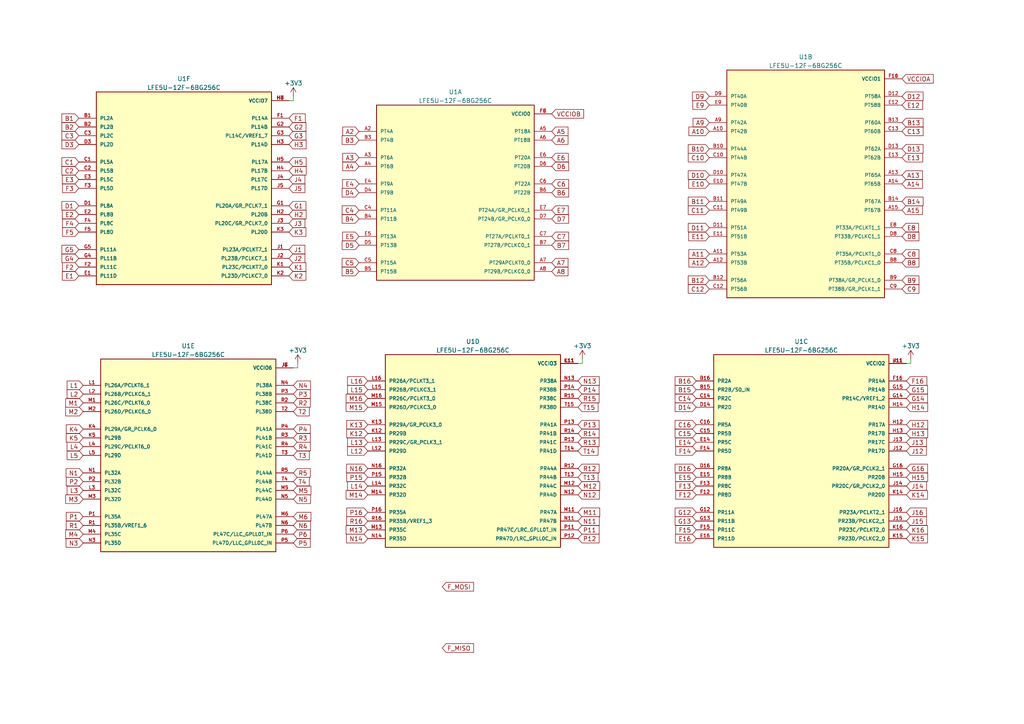
<source format=kicad_sch>
(kicad_sch (version 20230121) (generator eeschema)
  (paper "A4")
  (lib_symbols
    (symbol "LFE5U-12F-6BG256C:LFE5U-12F-6BG256C" (pin_names (offset 1.016))
      (property "Reference" "U" (at -22.86 26.67 0))
      (property "Value" "LFE5U-12F-6BG256C" (at -22.86 -26.67 0))
      (symbol "LFE5U-12F-6BG256C_1_0"
        (rectangle (start -22.86 -25.4) (end 22.86 25.4) (stroke (width 0.254)) (fill (type background)))
        (pin bidirectional line (at -27.94 17.78 0) (length 5.08) (name "PT4A") (number "A2"))
        (pin bidirectional line (at -27.94 10.16 0) (length 5.08) (name "PT6A") (number "A3"))
        (pin bidirectional line (at -27.94 7.62 0) (length 5.08) (name "PT6B") (number "A4"))
        (pin bidirectional line (at 27.94 17.78 180) (length 5.08) (name "PT18A") (number "A5"))
        (pin bidirectional line (at 27.94 15.24 180) (length 5.08) (name "PT18B") (number "A6"))
        (pin bidirectional line (at 27.94 -20.32 180) (length 5.08) (name "PT29APCLKT0_0") (number "A7"))
        (pin bidirectional line (at 27.94 -22.86 180) (length 5.08) (name "PT29B/PCLKC0_0") (number "A8"))
        (pin bidirectional line (at -27.94 15.24 0) (length 5.08) (name "PT4B") (number "B3"))
        (pin bidirectional line (at -27.94 -7.62 0) (length 5.08) (name "PT11B") (number "B4"))
        (pin bidirectional line (at -27.94 -22.86 0) (length 5.08) (name "PT15B") (number "B5"))
        (pin bidirectional line (at 27.94 0 180) (length 5.08) (name "PT22B") (number "B6"))
        (pin bidirectional line (at 27.94 -15.24 180) (length 5.08) (name "PT27B/PCLKC0_1") (number "B7"))
        (pin bidirectional line (at -27.94 -5.08 0) (length 5.08) (name "PT11A") (number "C4"))
        (pin bidirectional line (at -27.94 -20.32 0) (length 5.08) (name "PT15A") (number "C5"))
        (pin bidirectional line (at 27.94 2.54 180) (length 5.08) (name "PT22A") (number "C6"))
        (pin bidirectional line (at 27.94 -12.7 180) (length 5.08) (name "PT27A/PCLKT0_1") (number "C7"))
        (pin bidirectional line (at -27.94 0 0) (length 5.08) (name "PT9B") (number "D4"))
        (pin bidirectional line (at -27.94 -15.24 0) (length 5.08) (name "PT13B") (number "D5"))
        (pin bidirectional line (at 27.94 7.62 180) (length 5.08) (name "PT20B") (number "D6"))
        (pin bidirectional line (at 27.94 -7.62 180) (length 5.08) (name "PT24B/GR_PCLK0_0") (number "D7"))
        (pin bidirectional line (at -27.94 2.54 0) (length 5.08) (name "PT9A") (number "E4"))
        (pin bidirectional line (at -27.94 -12.7 0) (length 5.08) (name "PT13A") (number "E5"))
        (pin bidirectional line (at 27.94 10.16 180) (length 5.08) (name "PT20A") (number "E6"))
        (pin bidirectional line (at 27.94 -5.08 180) (length 5.08) (name "PT24A/GR_PCLK0_1") (number "E7"))
        (pin power_in line (at 27.94 22.86 180) (length 5.08) (name "VCCIO0") (number "F6"))
        (pin power_in line (at 27.94 22.86 180) (length 5.08) (name "VCCIO0") (number "F7"))
      )
      (symbol "LFE5U-12F-6BG256C_2_0"
        (rectangle (start -22.86 -33.02) (end 22.86 33.02) (stroke (width 0.254)) (fill (type background)))
        (pin bidirectional line (at -27.94 15.24 0) (length 5.08) (name "PT42B") (number "A10"))
        (pin bidirectional line (at -27.94 -20.32 0) (length 5.08) (name "PT53A") (number "A11"))
        (pin bidirectional line (at -27.94 -22.86 0) (length 5.08) (name "PT53B") (number "A12"))
        (pin bidirectional line (at 27.94 2.54 180) (length 5.08) (name "PT65A") (number "A13"))
        (pin bidirectional line (at 27.94 0 180) (length 5.08) (name "PT65B") (number "A14"))
        (pin bidirectional line (at 27.94 -7.62 180) (length 5.08) (name "PT67B") (number "A15"))
        (pin bidirectional line (at -27.94 17.78 0) (length 5.08) (name "PT42A") (number "A9"))
        (pin bidirectional line (at -27.94 10.16 0) (length 5.08) (name "PT44A") (number "B10"))
        (pin bidirectional line (at -27.94 -5.08 0) (length 5.08) (name "PT49A") (number "B11"))
        (pin bidirectional line (at -27.94 -27.94 0) (length 5.08) (name "PT56A") (number "B12"))
        (pin bidirectional line (at 27.94 17.78 180) (length 5.08) (name "PT60A") (number "B13"))
        (pin bidirectional line (at 27.94 -5.08 180) (length 5.08) (name "PT67A") (number "B14"))
        (pin bidirectional line (at 27.94 -22.86 180) (length 5.08) (name "PT35B/PCLKC1_0") (number "B8"))
        (pin bidirectional line (at 27.94 -27.94 180) (length 5.08) (name "PT38A/GR_PCLK1_0") (number "B9"))
        (pin bidirectional line (at -27.94 7.62 0) (length 5.08) (name "PT44B") (number "C10"))
        (pin bidirectional line (at -27.94 -7.62 0) (length 5.08) (name "PT49B") (number "C11"))
        (pin bidirectional line (at -27.94 -30.48 0) (length 5.08) (name "PT56B") (number "C12"))
        (pin bidirectional line (at 27.94 15.24 180) (length 5.08) (name "PT60B") (number "C13"))
        (pin bidirectional line (at 27.94 -20.32 180) (length 5.08) (name "PT35A/PCLKT1_0") (number "C8"))
        (pin bidirectional line (at 27.94 -30.48 180) (length 5.08) (name "PT38B/GR_PCLK1_1") (number "C9"))
        (pin bidirectional line (at -27.94 2.54 0) (length 5.08) (name "PT47A") (number "D10"))
        (pin bidirectional line (at -27.94 -12.7 0) (length 5.08) (name "PT51A") (number "D11"))
        (pin bidirectional line (at 27.94 25.4 180) (length 5.08) (name "PT58A") (number "D12"))
        (pin bidirectional line (at 27.94 10.16 180) (length 5.08) (name "PT62A") (number "D13"))
        (pin bidirectional line (at 27.94 -15.24 180) (length 5.08) (name "PT33B/PCLKC1_1") (number "D8"))
        (pin bidirectional line (at -27.94 25.4 0) (length 5.08) (name "PT40A") (number "D9"))
        (pin bidirectional line (at -27.94 0 0) (length 5.08) (name "PT47B") (number "E10"))
        (pin bidirectional line (at -27.94 -15.24 0) (length 5.08) (name "PT51B") (number "E11"))
        (pin bidirectional line (at 27.94 22.86 180) (length 5.08) (name "PT58B") (number "E12"))
        (pin bidirectional line (at 27.94 7.62 180) (length 5.08) (name "PT62B") (number "E13"))
        (pin bidirectional line (at 27.94 -12.7 180) (length 5.08) (name "PT33A/PCLKT1_1") (number "E8"))
        (pin bidirectional line (at -27.94 22.86 0) (length 5.08) (name "PT40B") (number "E9"))
        (pin power_in line (at 27.94 30.48 180) (length 5.08) (name "VCCIO1") (number "F10"))
        (pin power_in line (at 27.94 30.48 180) (length 5.08) (name "VCCIO1") (number "F11"))
      )
      (symbol "LFE5U-12F-6BG256C_3_0"
        (rectangle (start -25.4 -27.94) (end 25.4 27.94) (stroke (width 0.254)) (fill (type background)))
        (pin bidirectional line (at -30.48 17.78 0) (length 5.08) (name "PR2B/S0_IN") (number "B15"))
        (pin bidirectional line (at -30.48 20.32 0) (length 5.08) (name "PR2A") (number "B16"))
        (pin bidirectional line (at -30.48 15.24 0) (length 5.08) (name "PR2C") (number "C14"))
        (pin bidirectional line (at -30.48 5.08 0) (length 5.08) (name "PR5B") (number "C15"))
        (pin bidirectional line (at -30.48 7.62 0) (length 5.08) (name "PR5A") (number "C16"))
        (pin bidirectional line (at -30.48 12.7 0) (length 5.08) (name "PR2D") (number "D14"))
        (pin bidirectional line (at -30.48 -5.08 0) (length 5.08) (name "PR8A") (number "D16"))
        (pin bidirectional line (at -30.48 2.54 0) (length 5.08) (name "PR5C") (number "E14"))
        (pin bidirectional line (at -30.48 -7.62 0) (length 5.08) (name "PR8B") (number "E15"))
        (pin bidirectional line (at -30.48 -25.4 0) (length 5.08) (name "PR11D") (number "E16"))
        (pin bidirectional line (at -30.48 -12.7 0) (length 5.08) (name "PR8D") (number "F12"))
        (pin bidirectional line (at -30.48 -10.16 0) (length 5.08) (name "PR8C") (number "F13"))
        (pin bidirectional line (at -30.48 0 0) (length 5.08) (name "PR5D") (number "F14"))
        (pin bidirectional line (at -30.48 -22.86 0) (length 5.08) (name "PR11C") (number "F15"))
        (pin bidirectional line (at 30.48 20.32 180) (length 5.08) (name "PR14A") (number "F16"))
        (pin bidirectional line (at -30.48 -17.78 0) (length 5.08) (name "PR11A") (number "G12"))
        (pin bidirectional line (at -30.48 -20.32 0) (length 5.08) (name "PR11B") (number "G13"))
        (pin bidirectional line (at 30.48 15.24 180) (length 5.08) (name "PR14C/VREF1_2") (number "G14"))
        (pin bidirectional line (at 30.48 17.78 180) (length 5.08) (name "PR14B") (number "G15"))
        (pin bidirectional line (at 30.48 -5.08 180) (length 5.08) (name "PR20A/GR_PCLK2_1") (number "G16"))
        (pin power_in line (at 30.48 25.4 180) (length 5.08) (name "VCCIO2") (number "H11"))
        (pin bidirectional line (at 30.48 7.62 180) (length 5.08) (name "PR17A") (number "H12"))
        (pin bidirectional line (at 30.48 5.08 180) (length 5.08) (name "PR17B") (number "H13"))
        (pin bidirectional line (at 30.48 12.7 180) (length 5.08) (name "PR14D") (number "H14"))
        (pin bidirectional line (at 30.48 -7.62 180) (length 5.08) (name "PR20B") (number "H15"))
        (pin power_in line (at 30.48 25.4 180) (length 5.08) (name "VCCIO2") (number "J11"))
        (pin bidirectional line (at 30.48 0 180) (length 5.08) (name "PR17D") (number "J12"))
        (pin bidirectional line (at 30.48 2.54 180) (length 5.08) (name "PR17C") (number "J13"))
        (pin bidirectional line (at 30.48 -10.16 180) (length 5.08) (name "PR20C/GR_PCLK2_0") (number "J14"))
        (pin bidirectional line (at 30.48 -20.32 180) (length 5.08) (name "PR23B/PCLKC2_1") (number "J15"))
        (pin bidirectional line (at 30.48 -17.78 180) (length 5.08) (name "PR23A/PCLKT2_1") (number "J16"))
        (pin bidirectional line (at 30.48 -12.7 180) (length 5.08) (name "PR20D") (number "K14"))
        (pin bidirectional line (at 30.48 -25.4 180) (length 5.08) (name "PR23D/PCLKC2_0") (number "K15"))
        (pin bidirectional line (at 30.48 -22.86 180) (length 5.08) (name "PR23C/PCLKT2_0") (number "K16"))
      )
      (symbol "LFE5U-12F-6BG256C_4_0"
        (rectangle (start -25.4 -27.94) (end 25.4 27.94) (stroke (width 0.254)) (fill (type background)))
        (pin power_in line (at 30.48 25.4 180) (length 5.08) (name "VCCIO3") (number "K11"))
        (pin bidirectional line (at -30.48 5.08 0) (length 5.08) (name "PR29B") (number "K12"))
        (pin bidirectional line (at -30.48 7.62 0) (length 5.08) (name "PR29A/GR_PCLK3_0") (number "K13"))
        (pin power_in line (at 30.48 25.4 180) (length 5.08) (name "VCCIO3") (number "L11"))
        (pin bidirectional line (at -30.48 0 0) (length 5.08) (name "PR29D") (number "L12"))
        (pin bidirectional line (at -30.48 2.54 0) (length 5.08) (name "PR29C/GR_PCLK3_1") (number "L13"))
        (pin bidirectional line (at -30.48 -10.16 0) (length 5.08) (name "PR32C") (number "L14"))
        (pin bidirectional line (at -30.48 17.78 0) (length 5.08) (name "PR26B/PCLKC3_1") (number "L15"))
        (pin bidirectional line (at -30.48 20.32 0) (length 5.08) (name "PR26A/PCLKT3_1") (number "L16"))
        (pin bidirectional line (at 30.48 -17.78 180) (length 5.08) (name "PR47A") (number "M11"))
        (pin bidirectional line (at 30.48 -10.16 180) (length 5.08) (name "PR44C") (number "M12"))
        (pin bidirectional line (at -30.48 -22.86 0) (length 5.08) (name "PR35C") (number "M13"))
        (pin bidirectional line (at -30.48 -12.7 0) (length 5.08) (name "PR32D") (number "M14"))
        (pin bidirectional line (at -30.48 12.7 0) (length 5.08) (name "PR26D/PCLKC3_0") (number "M15"))
        (pin bidirectional line (at -30.48 15.24 0) (length 5.08) (name "PR26C/PCLKT3_0") (number "M16"))
        (pin bidirectional line (at 30.48 -20.32 180) (length 5.08) (name "PR47B") (number "N11"))
        (pin bidirectional line (at 30.48 -12.7 180) (length 5.08) (name "PR44D") (number "N12"))
        (pin bidirectional line (at 30.48 20.32 180) (length 5.08) (name "PR38A") (number "N13"))
        (pin bidirectional line (at -30.48 -25.4 0) (length 5.08) (name "PR35D") (number "N14"))
        (pin bidirectional line (at -30.48 -5.08 0) (length 5.08) (name "PR32A") (number "N16"))
        (pin bidirectional line (at 30.48 -22.86 180) (length 5.08) (name "PR47C/LRC_GPLL0T_IN") (number "P11"))
        (pin bidirectional line (at 30.48 -25.4 180) (length 5.08) (name "PR47D/LRC_GPLL0C_IN") (number "P12"))
        (pin bidirectional line (at 30.48 7.62 180) (length 5.08) (name "PR41A") (number "P13"))
        (pin bidirectional line (at 30.48 17.78 180) (length 5.08) (name "PR38B") (number "P14"))
        (pin bidirectional line (at -30.48 -7.62 0) (length 5.08) (name "PR32B") (number "P15"))
        (pin bidirectional line (at -30.48 -17.78 0) (length 5.08) (name "PR35A") (number "P16"))
        (pin bidirectional line (at 30.48 -5.08 180) (length 5.08) (name "PR44A") (number "R12"))
        (pin bidirectional line (at 30.48 2.54 180) (length 5.08) (name "PR41C") (number "R13"))
        (pin bidirectional line (at 30.48 5.08 180) (length 5.08) (name "PR41B") (number "R14"))
        (pin bidirectional line (at 30.48 15.24 180) (length 5.08) (name "PR38C") (number "R15"))
        (pin bidirectional line (at -30.48 -20.32 0) (length 5.08) (name "PR35B/VREF1_3") (number "R16"))
        (pin bidirectional line (at 30.48 -7.62 180) (length 5.08) (name "PR44B") (number "T13"))
        (pin bidirectional line (at 30.48 0 180) (length 5.08) (name "PR41D") (number "T14"))
        (pin bidirectional line (at 30.48 12.7 180) (length 5.08) (name "PR38D") (number "T15"))
      )
      (symbol "LFE5U-12F-6BG256C_5_0"
        (rectangle (start -25.4 -27.94) (end 25.4 27.94) (stroke (width 0.254)) (fill (type background)))
        (pin power_in line (at 30.48 25.4 180) (length 5.08) (name "VCCIO6") (number "J6"))
        (pin power_in line (at 30.48 25.4 180) (length 5.08) (name "VCCIO6") (number "J7"))
        (pin bidirectional line (at -30.48 7.62 0) (length 5.08) (name "PL29A/GR_PCLK6_0") (number "K4"))
        (pin bidirectional line (at -30.48 5.08 0) (length 5.08) (name "PL29B") (number "K5"))
        (pin bidirectional line (at -30.48 20.32 0) (length 5.08) (name "PL26A/PCLKT6_1") (number "L1"))
        (pin bidirectional line (at -30.48 17.78 0) (length 5.08) (name "PL26B/PCLKC6_1") (number "L2"))
        (pin bidirectional line (at -30.48 -10.16 0) (length 5.08) (name "PL32C") (number "L3"))
        (pin bidirectional line (at -30.48 2.54 0) (length 5.08) (name "PL29C/PCLKT6_0") (number "L4"))
        (pin bidirectional line (at -30.48 0 0) (length 5.08) (name "PL29D") (number "L5"))
        (pin bidirectional line (at -30.48 15.24 0) (length 5.08) (name "PL26C/PCLKT6_0") (number "M1"))
        (pin bidirectional line (at -30.48 12.7 0) (length 5.08) (name "PL26D/PCLKC6_0") (number "M2"))
        (pin bidirectional line (at -30.48 -12.7 0) (length 5.08) (name "PL32D") (number "M3"))
        (pin bidirectional line (at -30.48 -22.86 0) (length 5.08) (name "PL35C") (number "M4"))
        (pin bidirectional line (at 30.48 -10.16 180) (length 5.08) (name "PL44C") (number "M5"))
        (pin bidirectional line (at 30.48 -17.78 180) (length 5.08) (name "PL47A") (number "M6"))
        (pin bidirectional line (at -30.48 -5.08 0) (length 5.08) (name "PL32A") (number "N1"))
        (pin bidirectional line (at -30.48 -25.4 0) (length 5.08) (name "PL35D") (number "N3"))
        (pin bidirectional line (at 30.48 20.32 180) (length 5.08) (name "PL38A") (number "N4"))
        (pin bidirectional line (at 30.48 -12.7 180) (length 5.08) (name "PL44D") (number "N5"))
        (pin bidirectional line (at 30.48 -20.32 180) (length 5.08) (name "PL47B") (number "N6"))
        (pin bidirectional line (at -30.48 -17.78 0) (length 5.08) (name "PL35A") (number "P1"))
        (pin bidirectional line (at -30.48 -7.62 0) (length 5.08) (name "PL32B") (number "P2"))
        (pin bidirectional line (at 30.48 17.78 180) (length 5.08) (name "PL38B") (number "P3"))
        (pin bidirectional line (at 30.48 7.62 180) (length 5.08) (name "PL41A") (number "P4"))
        (pin bidirectional line (at 30.48 -25.4 180) (length 5.08) (name "PL47D/LLC_GPLL0C_IN") (number "P5"))
        (pin bidirectional line (at 30.48 -22.86 180) (length 5.08) (name "PL47C/LLC_GPLL0T_IN") (number "P6"))
        (pin bidirectional line (at -30.48 -20.32 0) (length 5.08) (name "PL35B/VREF1_6") (number "R1"))
        (pin bidirectional line (at 30.48 15.24 180) (length 5.08) (name "PL38C") (number "R2"))
        (pin bidirectional line (at 30.48 5.08 180) (length 5.08) (name "PL41B") (number "R3"))
        (pin bidirectional line (at 30.48 2.54 180) (length 5.08) (name "PL41C") (number "R4"))
        (pin bidirectional line (at 30.48 -5.08 180) (length 5.08) (name "PL44A") (number "R5"))
        (pin bidirectional line (at 30.48 12.7 180) (length 5.08) (name "PL38D") (number "T2"))
        (pin bidirectional line (at 30.48 0 180) (length 5.08) (name "PL41D") (number "T3"))
        (pin bidirectional line (at 30.48 -7.62 180) (length 5.08) (name "PL44B") (number "T4"))
      )
      (symbol "LFE5U-12F-6BG256C_6_0"
        (rectangle (start -25.4 -27.94) (end 25.4 27.94) (stroke (width 0.254)) (fill (type background)))
        (pin bidirectional line (at -30.48 20.32 0) (length 5.08) (name "PL2A") (number "B1"))
        (pin bidirectional line (at -30.48 17.78 0) (length 5.08) (name "PL2B") (number "B2"))
        (pin bidirectional line (at -30.48 7.62 0) (length 5.08) (name "PL5A") (number "C1"))
        (pin bidirectional line (at -30.48 5.08 0) (length 5.08) (name "PL5B") (number "C2"))
        (pin bidirectional line (at -30.48 15.24 0) (length 5.08) (name "PL2C") (number "C3"))
        (pin bidirectional line (at -30.48 -5.08 0) (length 5.08) (name "PL8A") (number "D1"))
        (pin bidirectional line (at -30.48 12.7 0) (length 5.08) (name "PL2D") (number "D3"))
        (pin bidirectional line (at -30.48 -25.4 0) (length 5.08) (name "PL11D") (number "E1"))
        (pin bidirectional line (at -30.48 -7.62 0) (length 5.08) (name "PL8B") (number "E2"))
        (pin bidirectional line (at -30.48 2.54 0) (length 5.08) (name "PL5C") (number "E3"))
        (pin bidirectional line (at 30.48 20.32 180) (length 5.08) (name "PL14A") (number "F1"))
        (pin bidirectional line (at -30.48 -22.86 0) (length 5.08) (name "PL11C") (number "F2"))
        (pin bidirectional line (at -30.48 0 0) (length 5.08) (name "PL5D") (number "F3"))
        (pin bidirectional line (at -30.48 -10.16 0) (length 5.08) (name "PL8C") (number "F4"))
        (pin bidirectional line (at -30.48 -12.7 0) (length 5.08) (name "PL8D") (number "F5"))
        (pin bidirectional line (at 30.48 -5.08 180) (length 5.08) (name "PL20A/GR_PCLK7_1") (number "G1"))
        (pin bidirectional line (at 30.48 17.78 180) (length 5.08) (name "PL14B") (number "G2"))
        (pin bidirectional line (at 30.48 15.24 180) (length 5.08) (name "PL14C/VREF1_7") (number "G3"))
        (pin bidirectional line (at -30.48 -20.32 0) (length 5.08) (name "PL11B") (number "G4"))
        (pin bidirectional line (at -30.48 -17.78 0) (length 5.08) (name "PL11A") (number "G5"))
        (pin bidirectional line (at 30.48 -7.62 180) (length 5.08) (name "PL20B") (number "H2"))
        (pin bidirectional line (at 30.48 12.7 180) (length 5.08) (name "PL14D") (number "H3"))
        (pin bidirectional line (at 30.48 5.08 180) (length 5.08) (name "PL17B") (number "H4"))
        (pin bidirectional line (at 30.48 7.62 180) (length 5.08) (name "PL17A") (number "H5"))
        (pin power_in line (at 30.48 25.4 180) (length 5.08) (name "VCCIO7") (number "H6"))
        (pin power_in line (at 30.48 25.4 180) (length 5.08) (name "VCCIO7") (number "H7"))
        (pin bidirectional line (at 30.48 -17.78 180) (length 5.08) (name "PL23A/PCLKT7_1") (number "J1"))
        (pin bidirectional line (at 30.48 -20.32 180) (length 5.08) (name "PL23B/PCLKC7_1") (number "J2"))
        (pin bidirectional line (at 30.48 -10.16 180) (length 5.08) (name "PL20C/GR_PCLK7_0") (number "J3"))
        (pin bidirectional line (at 30.48 2.54 180) (length 5.08) (name "PL17C") (number "J4"))
        (pin bidirectional line (at 30.48 0 180) (length 5.08) (name "PL17D") (number "J5"))
        (pin bidirectional line (at 30.48 -22.86 180) (length 5.08) (name "PL23C/PCLKT7_0") (number "K1"))
        (pin bidirectional line (at 30.48 -25.4 180) (length 5.08) (name "PL23D/PCLKC7_0") (number "K2"))
        (pin bidirectional line (at 30.48 -12.7 180) (length 5.08) (name "PL20D") (number "K3"))
      )
      (symbol "LFE5U-12F-6BG256C_7_0"
        (rectangle (start -30.48 -20.32) (end 30.48 20.32) (stroke (width 0.254)) (fill (type background)))
        (pin power_in line (at 35.56 17.78 180) (length 5.08) (name "VCCIO8") (number "L6"))
        (pin bidirectional line (at 35.56 0 180) (length 5.08) (name "PB9B/D2/IO2") (number "M7"))
        (pin bidirectional line (at -35.56 -10.16 0) (length 5.08) (name "PB15B/DOUT/CSON") (number "M8"))
        (pin bidirectional line (at 35.56 -17.78 180) (length 5.08) (name "PB18A/WRITEN") (number "M9"))
        (pin input line (at -35.56 7.62 0) (length 5.08) (name "CFG_0") (number "N10"))
        (pin bidirectional line (at 35.56 2.54 180) (length 5.08) (name "PB9A/D3/IO3") (number "N7"))
        (pin bidirectional line (at -35.56 -12.7 0) (length 5.08) (name "PB15A/~{HOLD~{/DI/BUSY/CSSPIN/CEN}") (number "N8"))
        (pin input clock (at -35.56 10.16 0) (length 5.08) (name "CCLK/MCLK/SCK") (number "N9"))
        (pin input line (at -35.56 5.08 0) (length 5.08) (name "CFG_1") (number "P10"))
        (pin bidirectional line (at 35.56 5.08 180) (length 5.08) (name "PB6B/D4/MOSI2/IO4") (number "P7"))
        (pin bidirectional line (at 35.56 -12.7 180) (length 5.08) (name "PB13B/~{CS1}") (number "P8"))
        (pin bidirectional line (at -35.56 -2.54 0) (length 5.08) (name "DONE") (number "P9"))
        (pin input line (at -35.56 2.54 0) (length 5.08) (name "CFG_2") (number "R10"))
        (pin bidirectional line (at 35.56 10.16 180) (length 5.08) (name "PB4B/D6/IO6") (number "R6"))
        (pin bidirectional line (at 35.56 7.62 180) (length 5.08) (name "PB6A/D5/MISO2/IO5") (number "R7"))
        (pin bidirectional line (at 35.56 -10.16 180) (length 5.08) (name "PB13A/SN/~{CS}") (number "R8"))
        (pin input line (at -35.56 12.7 0) (length 5.08) (name "~{PROGRAM}") (number "R9"))
        (pin bidirectional line (at 35.56 12.7 180) (length 5.08) (name "PB4A/D7/IO7") (number "T6"))
        (pin bidirectional line (at 35.56 -2.54 180) (length 5.08) (name "PB11A/D1/MISO/IO1") (number "T7"))
        (pin bidirectional line (at 35.56 -5.08 180) (length 5.08) (name "PB11B/D0/MOSI/IO0") (number "T8"))
        (pin bidirectional line (at -35.56 -5.08 0) (length 5.08) (name "~{INIT}") (number "T9"))
      )
      (symbol "LFE5U-12F-6BG256C_8_0"
        (rectangle (start -12.7 -7.62) (end 12.7 7.62) (stroke (width 0.254)) (fill (type background)))
        (pin power_in line (at 17.78 -5.08 180) (length 5.08) (name "GND") (number "A1"))
        (pin power_in line (at 17.78 -5.08 180) (length 5.08) (name "GND") (number "A16"))
        (pin power_in line (at 17.78 -5.08 180) (length 5.08) (name "GND") (number "D15"))
        (pin power_in line (at 17.78 -5.08 180) (length 5.08) (name "GND") (number "D2"))
        (pin power_in line (at 17.78 -5.08 180) (length 5.08) (name "GND") (number "F8"))
        (pin power_in line (at 17.78 -5.08 180) (length 5.08) (name "GND") (number "F9"))
        (pin power_in line (at 17.78 -5.08 180) (length 5.08) (name "GND") (number "G10"))
        (pin power_in line (at 17.78 0 180) (length 5.08) (name "VCCAUX") (number "G11"))
        (pin power_in line (at 17.78 5.08 180) (length 5.08) (name "VCC") (number "G6"))
        (pin power_in line (at 17.78 5.08 180) (length 5.08) (name "VCC") (number "G7"))
        (pin power_in line (at 17.78 -5.08 180) (length 5.08) (name "GND") (number "G8"))
        (pin power_in line (at 17.78 5.08 180) (length 5.08) (name "VCC") (number "G9"))
        (pin power_in line (at 17.78 -5.08 180) (length 5.08) (name "GND") (number "H1"))
        (pin power_in line (at 17.78 -5.08 180) (length 5.08) (name "GND") (number "H10"))
        (pin power_in line (at 17.78 -5.08 180) (length 5.08) (name "GND") (number "H16"))
        (pin power_in line (at 17.78 -5.08 180) (length 5.08) (name "GND") (number "H8"))
        (pin power_in line (at 17.78 -5.08 180) (length 5.08) (name "GND") (number "H9"))
        (pin power_in line (at 17.78 -5.08 180) (length 5.08) (name "GND") (number "J10"))
        (pin power_in line (at 17.78 -5.08 180) (length 5.08) (name "GND") (number "J8"))
        (pin power_in line (at 17.78 -5.08 180) (length 5.08) (name "GND") (number "J9"))
        (pin power_in line (at 17.78 -5.08 180) (length 5.08) (name "GND") (number "K10"))
        (pin power_in line (at 17.78 -5.08 180) (length 5.08) (name "GND") (number "K6"))
        (pin power_in line (at 17.78 -5.08 180) (length 5.08) (name "GND") (number "K7"))
        (pin power_in line (at 17.78 -5.08 180) (length 5.08) (name "GND") (number "K8"))
        (pin power_in line (at 17.78 -5.08 180) (length 5.08) (name "GND") (number "K9"))
        (pin power_in line (at 17.78 5.08 180) (length 5.08) (name "VCC") (number "L10"))
        (pin power_in line (at 17.78 0 180) (length 5.08) (name "VCCAUX") (number "L7"))
        (pin power_in line (at 17.78 5.08 180) (length 5.08) (name "VCC") (number "L8"))
        (pin power_in line (at 17.78 5.08 180) (length 5.08) (name "VCC") (number "L9"))
        (pin power_in line (at 17.78 -5.08 180) (length 5.08) (name "GND") (number "N15"))
        (pin power_in line (at 17.78 -5.08 180) (length 5.08) (name "GND") (number "N2"))
        (pin power_in line (at 17.78 -5.08 180) (length 5.08) (name "GND") (number "T1"))
        (pin power_in line (at 17.78 -5.08 180) (length 5.08) (name "GND") (number "T12"))
        (pin power_in line (at 17.78 -5.08 180) (length 5.08) (name "GND") (number "T16"))
        (pin power_in line (at 17.78 -5.08 180) (length 5.08) (name "GND") (number "T5"))
      )
      (symbol "LFE5U-12F-6BG256C_9_0"
        (rectangle (start -5.08 -7.62) (end 5.08 5.08) (stroke (width 0.254)) (fill (type background)))
        (pin output line (at -10.16 0 0) (length 5.08) (name "TDO") (number "M10"))
        (pin input line (at -10.16 2.54 0) (length 5.08) (name "TDI") (number "R11"))
        (pin bidirectional clock (at -10.16 -5.08 0) (length 5.08) (name "TCK") (number "T10"))
        (pin input line (at -10.16 -2.54 0) (length 5.08) (name "TMS") (number "T11"))
      )
    )
    (symbol "power:+3V3" (power) (pin_names (offset 0))
      (property "Value" "+3V3" (at 0 3.556 0))
      (symbol "+3V3_0_1"
        (polyline (pts (xy -0.762 1.27) (xy 0 2.54)))
        (polyline (pts (xy 0 0) (xy 0 2.54)))
        (polyline (pts (xy 0 2.54) (xy 0.762 1.27)))
      )
      (symbol "+3V3_1_1"
        (pin power_in line (at 0 0 90) (length 0) hide (name "+3V3") (number "1"))
      )
    )
  )
  (wire (pts (xy 264.16 104.14) (xy 264.16 105.41)))
  (wire (pts (xy 83.82 29.21) (xy 85.09 29.21)))
  (wire (pts (xy 167.64 105.41) (xy 168.91 105.41)))
  (wire (pts (xy 86.36 106.68) (xy 86.36 105.41)))
  (wire (pts (xy 264.16 105.41) (xy 262.89 105.41)))
  (wire (pts (xy 85.09 106.68) (xy 86.36 106.68)))
  (wire (pts (xy 85.09 29.21) (xy 85.09 27.94)))
  (wire (pts (xy 168.91 105.41) (xy 168.91 104.14)))
  (global_label "R3" (shape input) (at 85.09 127 0) (property "Intersheetrefs" "${INTERSHEET_REFS}" (effects hide)))
  (global_label "G3" (shape input) (at 83.82 39.37 0) (property "Intersheetrefs" "${INTERSHEET_REFS}" (effects hide)))
  (global_label "F3" (shape input) (at 22.86 54.61 180) (property "Intersheetrefs" "${INTERSHEET_REFS}" (effects hide)))
  (global_label "VCCIOA" (shape input) (at 261.62 22.86 0) (property "Intersheetrefs" "${INTERSHEET_REFS}" (effects hide)))
  (global_label "B15" (shape input) (at 201.93 113.03 180) (property "Intersheetrefs" "${INTERSHEET_REFS}" (effects hide)))
  (global_label "E12" (shape input) (at 261.62 30.48 0) (property "Intersheetrefs" "${INTERSHEET_REFS}" (effects hide)))
  (global_label "M1" (shape input) (at 24.13 116.84 180) (property "Intersheetrefs" "${INTERSHEET_REFS}" (effects hide)))
  (global_label "A8" (shape input) (at 160.02 78.74 0) (property "Intersheetrefs" "${INTERSHEET_REFS}" (effects hide)))
  (global_label "A13" (shape input) (at 261.62 50.8 0) (property "Intersheetrefs" "${INTERSHEET_REFS}" (effects hide)))
  (global_label "M5" (shape input) (at 85.09 142.24 0) (property "Intersheetrefs" "${INTERSHEET_REFS}" (effects hide)))
  (global_label "T4" (shape input) (at 85.09 139.7 0) (property "Intersheetrefs" "${INTERSHEET_REFS}" (effects hide)))
  (global_label "D9" (shape input) (at 205.74 27.94 180) (property "Intersheetrefs" "${INTERSHEET_REFS}" (effects hide)))
  (global_label "E14" (shape input) (at 201.93 128.27 180) (property "Intersheetrefs" "${INTERSHEET_REFS}" (effects hide)))
  (global_label "R2" (shape input) (at 85.09 116.84 0) (property "Intersheetrefs" "${INTERSHEET_REFS}" (effects hide)))
  (global_label "E7" (shape input) (at 160.02 60.96 0) (property "Intersheetrefs" "${INTERSHEET_REFS}" (effects hide)))
  (global_label "J3" (shape input) (at 83.82 64.77 0) (property "Intersheetrefs" "${INTERSHEET_REFS}" (effects hide)))
  (global_label "J5" (shape input) (at 83.82 54.61 0) (property "Intersheetrefs" "${INTERSHEET_REFS}" (effects hide)))
  (global_label "F12" (shape input) (at 201.93 143.51 180) (property "Intersheetrefs" "${INTERSHEET_REFS}" (effects hide)))
  (global_label "M2" (shape input) (at 24.13 119.38 180) (property "Intersheetrefs" "${INTERSHEET_REFS}" (effects hide)))
  (global_label "R12" (shape input) (at 167.64 135.89 0) (property "Intersheetrefs" "${INTERSHEET_REFS}" (effects hide)))
  (global_label "P12" (shape input) (at 167.64 156.21 0) (property "Intersheetrefs" "${INTERSHEET_REFS}" (effects hide)))
  (global_label "B9" (shape input) (at 261.62 81.28 0) (property "Intersheetrefs" "${INTERSHEET_REFS}" (effects hide)))
  (global_label "D14" (shape input) (at 201.93 118.11 180) (property "Intersheetrefs" "${INTERSHEET_REFS}" (effects hide)))
  (global_label "N14" (shape input) (at 106.68 156.21 180) (property "Intersheetrefs" "${INTERSHEET_REFS}" (effects hide)))
  (global_label "J16" (shape input) (at 262.89 148.59 0) (property "Intersheetrefs" "${INTERSHEET_REFS}" (effects hide)))
  (global_label "G16" (shape input) (at 262.89 135.89 0) (property "Intersheetrefs" "${INTERSHEET_REFS}" (effects hide)))
  (global_label "N5" (shape input) (at 85.09 144.78 0) (property "Intersheetrefs" "${INTERSHEET_REFS}" (effects hide)))
  (global_label "G5" (shape input) (at 22.86 72.39 180) (property "Intersheetrefs" "${INTERSHEET_REFS}" (effects hide)))
  (global_label "E15" (shape input) (at 201.93 138.43 180) (property "Intersheetrefs" "${INTERSHEET_REFS}" (effects hide)))
  (global_label "B14" (shape input) (at 261.62 58.42 0) (property "Intersheetrefs" "${INTERSHEET_REFS}" (effects hide)))
  (global_label "T2" (shape input) (at 85.09 119.38 0) (property "Intersheetrefs" "${INTERSHEET_REFS}" (effects hide)))
  (global_label "C10" (shape input) (at 205.74 45.72 180) (property "Intersheetrefs" "${INTERSHEET_REFS}" (effects hide)))
  (global_label "C7" (shape input) (at 160.02 68.58 0) (property "Intersheetrefs" "${INTERSHEET_REFS}" (effects hide)))
  (global_label "P13" (shape input) (at 167.64 123.19 0) (property "Intersheetrefs" "${INTERSHEET_REFS}" (effects hide)))
  (global_label "J14" (shape input) (at 262.89 140.97 0) (property "Intersheetrefs" "${INTERSHEET_REFS}" (effects hide)))
  (global_label "N3" (shape input) (at 24.13 157.48 180) (property "Intersheetrefs" "${INTERSHEET_REFS}" (effects hide)))
  (global_label "L12" (shape input) (at 106.68 130.81 180) (property "Intersheetrefs" "${INTERSHEET_REFS}" (effects hide)))
  (global_label "A3" (shape input) (at 104.14 45.72 180) (property "Intersheetrefs" "${INTERSHEET_REFS}" (effects hide)))
  (global_label "D7" (shape input) (at 160.02 63.5 0) (property "Intersheetrefs" "${INTERSHEET_REFS}" (effects hide)))
  (global_label "B2" (shape input) (at 22.86 36.83 180) (property "Intersheetrefs" "${INTERSHEET_REFS}" (effects hide)))
  (global_label "A12" (shape input) (at 205.74 76.2 180) (property "Intersheetrefs" "${INTERSHEET_REFS}" (effects hide)))
  (global_label "E13" (shape input) (at 261.62 45.72 0) (property "Intersheetrefs" "${INTERSHEET_REFS}" (effects hide)))
  (global_label "J2" (shape input) (at 83.82 74.93 0) (property "Intersheetrefs" "${INTERSHEET_REFS}" (effects hide)))
  (global_label "C12" (shape input) (at 205.74 83.82 180) (property "Intersheetrefs" "${INTERSHEET_REFS}" (effects hide)))
  (global_label "M14" (shape input) (at 106.68 143.51 180) (property "Intersheetrefs" "${INTERSHEET_REFS}" (effects hide)))
  (global_label "H3" (shape input) (at 83.82 41.91 0) (property "Intersheetrefs" "${INTERSHEET_REFS}" (effects hide)))
  (global_label "C13" (shape input) (at 261.62 38.1 0) (property "Intersheetrefs" "${INTERSHEET_REFS}" (effects hide)))
  (global_label "C9" (shape input) (at 261.62 83.82 0) (property "Intersheetrefs" "${INTERSHEET_REFS}" (effects hide)))
  (global_label "D1" (shape input) (at 22.86 59.69 180) (property "Intersheetrefs" "${INTERSHEET_REFS}" (effects hide)))
  (global_label "K15" (shape input) (at 262.89 156.21 0) (property "Intersheetrefs" "${INTERSHEET_REFS}" (effects hide)))
  (global_label "A9" (shape input) (at 205.74 35.56 180) (property "Intersheetrefs" "${INTERSHEET_REFS}" (effects hide)))
  (global_label "T3" (shape input) (at 85.09 132.08 0) (property "Intersheetrefs" "${INTERSHEET_REFS}" (effects hide)))
  (global_label "D10" (shape input) (at 205.74 50.8 180) (property "Intersheetrefs" "${INTERSHEET_REFS}" (effects hide)))
  (global_label "A7" (shape input) (at 160.02 76.2 0) (property "Intersheetrefs" "${INTERSHEET_REFS}" (effects hide)))
  (global_label "L3" (shape input) (at 24.13 142.24 180) (property "Intersheetrefs" "${INTERSHEET_REFS}" (effects hide)))
  (global_label "M6" (shape input) (at 85.09 149.86 0) (property "Intersheetrefs" "${INTERSHEET_REFS}" (effects hide)))
  (global_label "L5" (shape input) (at 24.13 132.08 180) (property "Intersheetrefs" "${INTERSHEET_REFS}" (effects hide)))
  (global_label "N6" (shape input) (at 85.09 152.4 0) (property "Intersheetrefs" "${INTERSHEET_REFS}" (effects hide)))
  (global_label "B1" (shape input) (at 22.86 34.29 180) (property "Intersheetrefs" "${INTERSHEET_REFS}" (effects hide)))
  (global_label "D6" (shape input) (at 160.02 48.26 0) (property "Intersheetrefs" "${INTERSHEET_REFS}" (effects hide)))
  (global_label "H12" (shape input) (at 262.89 123.19 0) (property "Intersheetrefs" "${INTERSHEET_REFS}" (effects hide)))
  (global_label "K14" (shape input) (at 262.89 143.51 0) (property "Intersheetrefs" "${INTERSHEET_REFS}" (effects hide)))
  (global_label "F15" (shape input) (at 201.93 153.67 180) (property "Intersheetrefs" "${INTERSHEET_REFS}" (effects hide)))
  (global_label "A5" (shape input) (at 160.02 38.1 0) (property "Intersheetrefs" "${INTERSHEET_REFS}" (effects hide)))
  (global_label "C15" (shape input) (at 201.93 125.73 180) (property "Intersheetrefs" "${INTERSHEET_REFS}" (effects hide)))
  (global_label "D8" (shape input) (at 261.62 68.58 0) (property "Intersheetrefs" "${INTERSHEET_REFS}" (effects hide)))
  (global_label "F_MOSI" (shape input) (at 128.27 170.18 0) (property "Intersheetrefs" "${INTERSHEET_REFS}" (effects hide)))
  (global_label "J15" (shape input) (at 262.89 151.13 0) (property "Intersheetrefs" "${INTERSHEET_REFS}" (effects hide)))
  (global_label "B11" (shape input) (at 205.74 58.42 180) (property "Intersheetrefs" "${INTERSHEET_REFS}" (effects hide)))
  (global_label "N12" (shape input) (at 167.64 143.51 0) (property "Intersheetrefs" "${INTERSHEET_REFS}" (effects hide)))
  (global_label "L1" (shape input) (at 24.13 111.76 180) (property "Intersheetrefs" "${INTERSHEET_REFS}" (effects hide)))
  (global_label "VCCIOB" (shape input) (at 160.02 33.02 0) (property "Intersheetrefs" "${INTERSHEET_REFS}" (effects hide)))
  (global_label "E8" (shape input) (at 261.62 66.04 0) (property "Intersheetrefs" "${INTERSHEET_REFS}" (effects hide)))
  (global_label "L14" (shape input) (at 106.68 140.97 180) (property "Intersheetrefs" "${INTERSHEET_REFS}" (effects hide)))
  (global_label "M4" (shape input) (at 24.13 154.94 180) (property "Intersheetrefs" "${INTERSHEET_REFS}" (effects hide)))
  (global_label "E11" (shape input) (at 205.74 68.58 180) (property "Intersheetrefs" "${INTERSHEET_REFS}" (effects hide)))
  (global_label "A10" (shape input) (at 205.74 38.1 180) (property "Intersheetrefs" "${INTERSHEET_REFS}" (effects hide)))
  (global_label "P4" (shape input) (at 85.09 124.46 0) (property "Intersheetrefs" "${INTERSHEET_REFS}" (effects hide)))
  (global_label "A15" (shape input) (at 261.62 60.96 0) (property "Intersheetrefs" "${INTERSHEET_REFS}" (effects hide)))
  (global_label "H2" (shape input) (at 83.82 62.23 0) (property "Intersheetrefs" "${INTERSHEET_REFS}" (effects hide)))
  (global_label "B5" (shape input) (at 104.14 78.74 180) (property "Intersheetrefs" "${INTERSHEET_REFS}" (effects hide)))
  (global_label "L15" (shape input) (at 106.68 113.03 180) (property "Intersheetrefs" "${INTERSHEET_REFS}" (effects hide)))
  (global_label "G1" (shape input) (at 83.82 59.69 0) (property "Intersheetrefs" "${INTERSHEET_REFS}" (effects hide)))
  (global_label "D4" (shape input) (at 104.14 55.88 180) (property "Intersheetrefs" "${INTERSHEET_REFS}" (effects hide)))
  (global_label "P15" (shape input) (at 106.68 138.43 180) (property "Intersheetrefs" "${INTERSHEET_REFS}" (effects hide)))
  (global_label "R14" (shape input) (at 167.64 125.73 0) (property "Intersheetrefs" "${INTERSHEET_REFS}" (effects hide)))
  (global_label "H13" (shape input) (at 262.89 125.73 0) (property "Intersheetrefs" "${INTERSHEET_REFS}" (effects hide)))
  (global_label "R5" (shape input) (at 85.09 137.16 0) (property "Intersheetrefs" "${INTERSHEET_REFS}" (effects hide)))
  (global_label "A14" (shape input) (at 261.62 53.34 0) (property "Intersheetrefs" "${INTERSHEET_REFS}" (effects hide)))
  (global_label "C5" (shape input) (at 104.14 76.2 180) (property "Intersheetrefs" "${INTERSHEET_REFS}" (effects hide)))
  (global_label "D11" (shape input) (at 205.74 66.04 180) (property "Intersheetrefs" "${INTERSHEET_REFS}" (effects hide)))
  (global_label "T15" (shape input) (at 167.64 118.11 0) (property "Intersheetrefs" "${INTERSHEET_REFS}" (effects hide)))
  (global_label "K1" (shape input) (at 83.82 77.47 0) (property "Intersheetrefs" "${INTERSHEET_REFS}" (effects hide)))
  (global_label "G2" (shape input) (at 83.82 36.83 0) (property "Intersheetrefs" "${INTERSHEET_REFS}" (effects hide)))
  (global_label "K2" (shape input) (at 83.82 80.01 0) (property "Intersheetrefs" "${INTERSHEET_REFS}" (effects hide)))
  (global_label "K13" (shape input) (at 106.68 123.19 180) (property "Intersheetrefs" "${INTERSHEET_REFS}" (effects hide)))
  (global_label "N1" (shape input) (at 24.13 137.16 180) (property "Intersheetrefs" "${INTERSHEET_REFS}" (effects hide)))
  (global_label "R16" (shape input) (at 106.68 151.13 180) (property "Intersheetrefs" "${INTERSHEET_REFS}" (effects hide)))
  (global_label "D5" (shape input) (at 104.14 71.12 180) (property "Intersheetrefs" "${INTERSHEET_REFS}" (effects hide)))
  (global_label "J13" (shape input) (at 262.89 128.27 0) (property "Intersheetrefs" "${INTERSHEET_REFS}" (effects hide)))
  (global_label "E6" (shape input) (at 160.02 45.72 0) (property "Intersheetrefs" "${INTERSHEET_REFS}" (effects hide)))
  (global_label "B16" (shape input) (at 201.93 110.49 180) (property "Intersheetrefs" "${INTERSHEET_REFS}" (effects hide)))
  (global_label "F16" (shape input) (at 262.89 110.49 0) (property "Intersheetrefs" "${INTERSHEET_REFS}" (effects hide)))
  (global_label "E9" (shape input) (at 205.74 30.48 180) (property "Intersheetrefs" "${INTERSHEET_REFS}" (effects hide)))
  (global_label "G4" (shape input) (at 22.86 74.93 180) (property "Intersheetrefs" "${INTERSHEET_REFS}" (effects hide)))
  (global_label "T13" (shape input) (at 167.64 138.43 0) (property "Intersheetrefs" "${INTERSHEET_REFS}" (effects hide)))
  (global_label "M13" (shape input) (at 106.68 153.67 180) (property "Intersheetrefs" "${INTERSHEET_REFS}" (effects hide)))
  (global_label "P5" (shape input) (at 85.09 157.48 0) (property "Intersheetrefs" "${INTERSHEET_REFS}" (effects hide)))
  (global_label "J12" (shape input) (at 262.89 130.81 0) (property "Intersheetrefs" "${INTERSHEET_REFS}" (effects hide)))
  (global_label "T14" (shape input) (at 167.64 130.81 0) (property "Intersheetrefs" "${INTERSHEET_REFS}" (effects hide)))
  (global_label "C6" (shape input) (at 160.02 53.34 0) (property "Intersheetrefs" "${INTERSHEET_REFS}" (effects hide)))
  (global_label "R15" (shape input) (at 167.64 115.57 0) (property "Intersheetrefs" "${INTERSHEET_REFS}" (effects hide)))
  (global_label "P1" (shape input) (at 24.13 149.86 180) (property "Intersheetrefs" "${INTERSHEET_REFS}" (effects hide)))
  (global_label "C2" (shape input) (at 22.86 49.53 180) (property "Intersheetrefs" "${INTERSHEET_REFS}" (effects hide)))
  (global_label "P3" (shape input) (at 85.09 114.3 0) (property "Intersheetrefs" "${INTERSHEET_REFS}" (effects hide)))
  (global_label "K5" (shape input) (at 24.13 127 180) (property "Intersheetrefs" "${INTERSHEET_REFS}" (effects hide)))
  (global_label "G15" (shape input) (at 262.89 113.03 0) (property "Intersheetrefs" "${INTERSHEET_REFS}" (effects hide)))
  (global_label "D12" (shape input) (at 261.62 27.94 0) (property "Intersheetrefs" "${INTERSHEET_REFS}" (effects hide)))
  (global_label "F5" (shape input) (at 22.86 67.31 180) (property "Intersheetrefs" "${INTERSHEET_REFS}" (effects hide)))
  (global_label "P16" (shape input) (at 106.68 148.59 180) (property "Intersheetrefs" "${INTERSHEET_REFS}" (effects hide)))
  (global_label "B6" (shape input) (at 160.02 55.88 0) (property "Intersheetrefs" "${INTERSHEET_REFS}" (effects hide)))
  (global_label "N11" (shape input) (at 167.64 151.13 0) (property "Intersheetrefs" "${INTERSHEET_REFS}" (effects hide)))
  (global_label "H15" (shape input) (at 262.89 138.43 0) (property "Intersheetrefs" "${INTERSHEET_REFS}" (effects hide)))
  (global_label "F1" (shape input) (at 83.82 34.29 0) (property "Intersheetrefs" "${INTERSHEET_REFS}" (effects hide)))
  (global_label "P6" (shape input) (at 85.09 154.94 0) (property "Intersheetrefs" "${INTERSHEET_REFS}" (effects hide)))
  (global_label "L2" (shape input) (at 24.13 114.3 180) (property "Intersheetrefs" "${INTERSHEET_REFS}" (effects hide)))
  (global_label "M3" (shape input) (at 24.13 144.78 180) (property "Intersheetrefs" "${INTERSHEET_REFS}" (effects hide)))
  (global_label "N13" (shape input) (at 167.64 110.49 0) (property "Intersheetrefs" "${INTERSHEET_REFS}" (effects hide)))
  (global_label "H5" (shape input) (at 83.82 46.99 0) (property "Intersheetrefs" "${INTERSHEET_REFS}" (effects hide)))
  (global_label "B12" (shape input) (at 205.74 81.28 180) (property "Intersheetrefs" "${INTERSHEET_REFS}" (effects hide)))
  (global_label "C4" (shape input) (at 104.14 60.96 180) (property "Intersheetrefs" "${INTERSHEET_REFS}" (effects hide)))
  (global_label "E10" (shape input) (at 205.74 53.34 180) (property "Intersheetrefs" "${INTERSHEET_REFS}" (effects hide)))
  (global_label "H14" (shape input) (at 262.89 118.11 0) (property "Intersheetrefs" "${INTERSHEET_REFS}" (effects hide)))
  (global_label "D13" (shape input) (at 261.62 43.18 0) (property "Intersheetrefs" "${INTERSHEET_REFS}" (effects hide)))
  (global_label "P14" (shape input) (at 167.64 113.03 0) (property "Intersheetrefs" "${INTERSHEET_REFS}" (effects hide)))
  (global_label "M12" (shape input) (at 167.64 140.97 0) (property "Intersheetrefs" "${INTERSHEET_REFS}" (effects hide)))
  (global_label "F2" (shape input) (at 22.86 77.47 180) (property "Intersheetrefs" "${INTERSHEET_REFS}" (effects hide)))
  (global_label "C1" (shape input) (at 22.86 46.99 180) (property "Intersheetrefs" "${INTERSHEET_REFS}" (effects hide)))
  (global_label "C3" (shape input) (at 22.86 39.37 180) (property "Intersheetrefs" "${INTERSHEET_REFS}" (effects hide)))
  (global_label "C14" (shape input) (at 201.93 115.57 180) (property "Intersheetrefs" "${INTERSHEET_REFS}" (effects hide)))
  (global_label "N4" (shape input) (at 85.09 111.76 0) (property "Intersheetrefs" "${INTERSHEET_REFS}" (effects hide)))
  (global_label "L16" (shape input) (at 106.68 110.49 180) (property "Intersheetrefs" "${INTERSHEET_REFS}" (effects hide)))
  (global_label "B3" (shape input) (at 104.14 40.64 180) (property "Intersheetrefs" "${INTERSHEET_REFS}" (effects hide)))
  (global_label "H4" (shape input) (at 83.82 49.53 0) (property "Intersheetrefs" "${INTERSHEET_REFS}" (effects hide)))
  (global_label "A11" (shape input) (at 205.74 73.66 180) (property "Intersheetrefs" "${INTERSHEET_REFS}" (effects hide)))
  (global_label "E16" (shape input) (at 201.93 156.21 180) (property "Intersheetrefs" "${INTERSHEET_REFS}" (effects hide)))
  (global_label "M11" (shape input) (at 167.64 148.59 0) (property "Intersheetrefs" "${INTERSHEET_REFS}" (effects hide)))
  (global_label "M16" (shape input) (at 106.68 115.57 180) (property "Intersheetrefs" "${INTERSHEET_REFS}" (effects hide)))
  (global_label "E2" (shape input) (at 22.86 62.23 180) (property "Intersheetrefs" "${INTERSHEET_REFS}" (effects hide)))
  (global_label "K4" (shape input) (at 24.13 124.46 180) (property "Intersheetrefs" "${INTERSHEET_REFS}" (effects hide)))
  (global_label "B8" (shape input) (at 261.62 76.2 0) (property "Intersheetrefs" "${INTERSHEET_REFS}" (effects hide)))
  (global_label "A4" (shape input) (at 104.14 48.26 180) (property "Intersheetrefs" "${INTERSHEET_REFS}" (effects hide)))
  (global_label "D16" (shape input) (at 201.93 135.89 180) (property "Intersheetrefs" "${INTERSHEET_REFS}" (effects hide)))
  (global_label "B13" (shape input) (at 261.62 35.56 0) (property "Intersheetrefs" "${INTERSHEET_REFS}" (effects hide)))
  (global_label "A2" (shape input) (at 104.14 38.1 180) (property "Intersheetrefs" "${INTERSHEET_REFS}" (effects hide)))
  (global_label "F14" (shape input) (at 201.93 130.81 180) (property "Intersheetrefs" "${INTERSHEET_REFS}" (effects hide)))
  (global_label "A6" (shape input) (at 160.02 40.64 0) (property "Intersheetrefs" "${INTERSHEET_REFS}" (effects hide)))
  (global_label "B10" (shape input) (at 205.74 43.18 180) (property "Intersheetrefs" "${INTERSHEET_REFS}" (effects hide)))
  (global_label "C8" (shape input) (at 261.62 73.66 0) (property "Intersheetrefs" "${INTERSHEET_REFS}" (effects hide)))
  (global_label "E1" (shape input) (at 22.86 80.01 180) (property "Intersheetrefs" "${INTERSHEET_REFS}" (effects hide)))
  (global_label "B7" (shape input) (at 160.02 71.12 0) (property "Intersheetrefs" "${INTERSHEET_REFS}" (effects hide)))
  (global_label "L13" (shape input) (at 106.68 128.27 180) (property "Intersheetrefs" "${INTERSHEET_REFS}" (effects hide)))
  (global_label "R4" (shape input) (at 85.09 129.54 0) (property "Intersheetrefs" "${INTERSHEET_REFS}" (effects hide)))
  (global_label "C11" (shape input) (at 205.74 60.96 180) (property "Intersheetrefs" "${INTERSHEET_REFS}" (effects hide)))
  (global_label "R13" (shape input) (at 167.64 128.27 0) (property "Intersheetrefs" "${INTERSHEET_REFS}" (effects hide)))
  (global_label "G13" (shape input) (at 201.93 151.13 180) (property "Intersheetrefs" "${INTERSHEET_REFS}" (effects hide)))
  (global_label "R1" (shape input) (at 24.13 152.4 180) (property "Intersheetrefs" "${INTERSHEET_REFS}" (effects hide)))
  (global_label "M15" (shape input) (at 106.68 118.11 180) (property "Intersheetrefs" "${INTERSHEET_REFS}" (effects hide)))
  (global_label "G12" (shape input) (at 201.93 148.59 180) (property "Intersheetrefs" "${INTERSHEET_REFS}" (effects hide)))
  (global_label "J4" (shape input) (at 83.82 52.07 0) (property "Intersheetrefs" "${INTERSHEET_REFS}" (effects hide)))
  (global_label "K12" (shape input) (at 106.68 125.73 180) (property "Intersheetrefs" "${INTERSHEET_REFS}" (effects hide)))
  (global_label "J1" (shape input) (at 83.82 72.39 0) (property "Intersheetrefs" "${INTERSHEET_REFS}" (effects hide)))
  (global_label "E4" (shape input) (at 104.14 53.34 180) (property "Intersheetrefs" "${INTERSHEET_REFS}" (effects hide)))
  (global_label "D3" (shape input) (at 22.86 41.91 180) (property "Intersheetrefs" "${INTERSHEET_REFS}" (effects hide)))
  (global_label "N16" (shape input) (at 106.68 135.89 180) (property "Intersheetrefs" "${INTERSHEET_REFS}" (effects hide)))
  (global_label "E3" (shape input) (at 22.86 52.07 180) (property "Intersheetrefs" "${INTERSHEET_REFS}" (effects hide)))
  (global_label "F13" (shape input) (at 201.93 140.97 180) (property "Intersheetrefs" "${INTERSHEET_REFS}" (effects hide)))
  (global_label "P11" (shape input) (at 167.64 153.67 0) (property "Intersheetrefs" "${INTERSHEET_REFS}" (effects hide)))
  (global_label "F4" (shape input) (at 22.86 64.77 180) (property "Intersheetrefs" "${INTERSHEET_REFS}" (effects hide)))
  (global_label "F_MISO" (shape input) (at 128.27 187.96 0) (property "Intersheetrefs" "${INTERSHEET_REFS}" (effects hide)))
  (global_label "C16" (shape input) (at 201.93 123.19 180) (property "Intersheetrefs" "${INTERSHEET_REFS}" (effects hide)))
  (global_label "K16" (shape input) (at 262.89 153.67 0) (property "Intersheetrefs" "${INTERSHEET_REFS}" (effects hide)))
  (global_label "G14" (shape input) (at 262.89 115.57 0) (property "Intersheetrefs" "${INTERSHEET_REFS}" (effects hide)))
  (global_label "B4" (shape input) (at 104.14 63.5 180) (property "Intersheetrefs" "${INTERSHEET_REFS}" (effects hide)))
  (global_label "P2" (shape input) (at 24.13 139.7 180) (property "Intersheetrefs" "${INTERSHEET_REFS}" (effects hide)))
  (global_label "L4" (shape input) (at 24.13 129.54 180) (property "Intersheetrefs" "${INTERSHEET_REFS}" (effects hide)))
  (global_label "E5" (shape input) (at 104.14 68.58 180) (property "Intersheetrefs" "${INTERSHEET_REFS}" (effects hide)))
  (global_label "K3" (shape input) (at 83.82 67.31 0) (property "Intersheetrefs" "${INTERSHEET_REFS}" (effects hide)))
  (symbol (lib_id "power:+3V3") (at 264.16 104.14 0) (unit 1)
    (property "Reference" "#PWR016" (effects hide))
    (property "Value" "+3V3" (at 264.16 100.33 0))
  )
  (symbol (lib_id "power:+3V3") (at 85.09 27.94 0) (unit 1)
    (property "Reference" "#PWR017" (effects hide))
    (property "Value" "+3V3" (at 85.09 24.13 0))
  )
  (symbol (lib_id "power:+3V3") (at 168.91 104.14 0) (unit 1)
    (property "Reference" "#PWR016" (effects hide))
    (property "Value" "+3V3" (at 168.91 100.33 0))
    (instances (project "daughterboard" (path "" (reference "#PWR016") (unit 1)) (path "" (reference "#PWR019") (unit 1))))
  )
  (symbol (lib_id "LFE5U-12F-6BG256C:LFE5U-12F-6BG256C") (at 54.61 132.08 0) (unit 5)
    (property "Reference" "U1" (at 54.61 100.33 0))
    (property "Value" "LFE5U-12F-6BG256C" (at 54.61 102.87 0))
    (property "Footprint" "parts:BGA256C80P16X16_1400X1400X170" (effects hide))
    (property "SNAPEDA_PN" "LFE5U-12F-6BG256C" (effects hide))
    (property "STANDARD" "IPC 7351B" (effects hide))
    (property "PARTREV" "2.0" (effects hide))
    (property "MANUFACTURER" "Lattice Semiconductor" (effects hide))
    (property "MAXIMUM_PACKAGE_HEIGHT" "1.7 mm" (effects hide))
  )
  (symbol (lib_id "LFE5U-12F-6BG256C:LFE5U-12F-6BG256C") (at 53.34 54.61 0) (unit 6)
    (property "Reference" "U1" (at 53.34 22.86 0))
    (property "Value" "LFE5U-12F-6BG256C" (at 53.34 25.4 0))
    (property "Footprint" "parts:BGA256C80P16X16_1400X1400X170" (effects hide))
    (property "SNAPEDA_PN" "LFE5U-12F-6BG256C" (effects hide))
    (property "STANDARD" "IPC 7351B" (effects hide))
    (property "PARTREV" "2.0" (effects hide))
    (property "MANUFACTURER" "Lattice Semiconductor" (effects hide))
    (property "MAXIMUM_PACKAGE_HEIGHT" "1.7 mm" (effects hide))
  )
  (symbol (lib_id "LFE5U-12F-6BG256C:LFE5U-12F-6BG256C") (at 232.41 130.81 0) (unit 3)
    (property "Reference" "U1" (at 232.41 99.06 0))
    (property "Value" "LFE5U-12F-6BG256C" (at 232.41 101.6 0))
    (property "Footprint" "parts:BGA256C80P16X16_1400X1400X170" (effects hide))
    (property "SNAPEDA_PN" "LFE5U-12F-6BG256C" (effects hide))
    (property "STANDARD" "IPC 7351B" (effects hide))
    (property "PARTREV" "2.0" (effects hide))
    (property "MANUFACTURER" "Lattice Semiconductor" (effects hide))
    (property "MAXIMUM_PACKAGE_HEIGHT" "1.7 mm" (effects hide))
  )
  (symbol (lib_id "LFE5U-12F-6BG256C:LFE5U-12F-6BG256C") (at 137.16 130.81 0) (unit 4)
    (property "Reference" "U1" (at 137.16 99.06 0))
    (property "Value" "LFE5U-12F-6BG256C" (at 137.16 101.6 0))
    (property "Footprint" "parts:BGA256C80P16X16_1400X1400X170" (effects hide))
    (property "SNAPEDA_PN" "LFE5U-12F-6BG256C" (effects hide))
    (property "STANDARD" "IPC 7351B" (effects hide))
    (property "PARTREV" "2.0" (effects hide))
    (property "MANUFACTURER" "Lattice Semiconductor" (effects hide))
    (property "MAXIMUM_PACKAGE_HEIGHT" "1.7 mm" (effects hide))
  )
  (symbol (lib_id "power:+3V3") (at 86.36 105.41 0) (unit 1)
    (property "Reference" "#PWR018" (effects hide))
    (property "Value" "+3V3" (at 86.36 101.6 0))
  )
  (symbol (lib_id "LFE5U-12F-6BG256C:LFE5U-12F-6BG256C") (at 233.68 53.34 0) (unit 2)
    (property "Reference" "U1" (at 233.68 16.51 0))
    (property "Value" "LFE5U-12F-6BG256C" (at 233.68 19.05 0))
    (property "Footprint" "parts:BGA256C80P16X16_1400X1400X170" (effects hide))
    (property "SNAPEDA_PN" "LFE5U-12F-6BG256C" (effects hide))
    (property "STANDARD" "IPC 7351B" (effects hide))
    (property "PARTREV" "2.0" (effects hide))
    (property "MANUFACTURER" "Lattice Semiconductor" (effects hide))
    (property "MAXIMUM_PACKAGE_HEIGHT" "1.7 mm" (effects hide))
  )
  (symbol (lib_id "LFE5U-12F-6BG256C:LFE5U-12F-6BG256C") (at 132.08 55.88 0) (unit 1)
    (property "Reference" "U1" (at 132.08 26.67 0))
    (property "Value" "LFE5U-12F-6BG256C" (at 132.08 29.21 0))
    (property "Footprint" "parts:BGA256C80P16X16_1400X1400X170" (effects hide))
    (property "SNAPEDA_PN" "LFE5U-12F-6BG256C" (effects hide))
    (property "STANDARD" "IPC 7351B" (effects hide))
    (property "PARTREV" "2.0" (effects hide))
    (property "MANUFACTURER" "Lattice Semiconductor" (effects hide))
    (property "MAXIMUM_PACKAGE_HEIGHT" "1.7 mm" (effects hide))
  )
)
</source>
